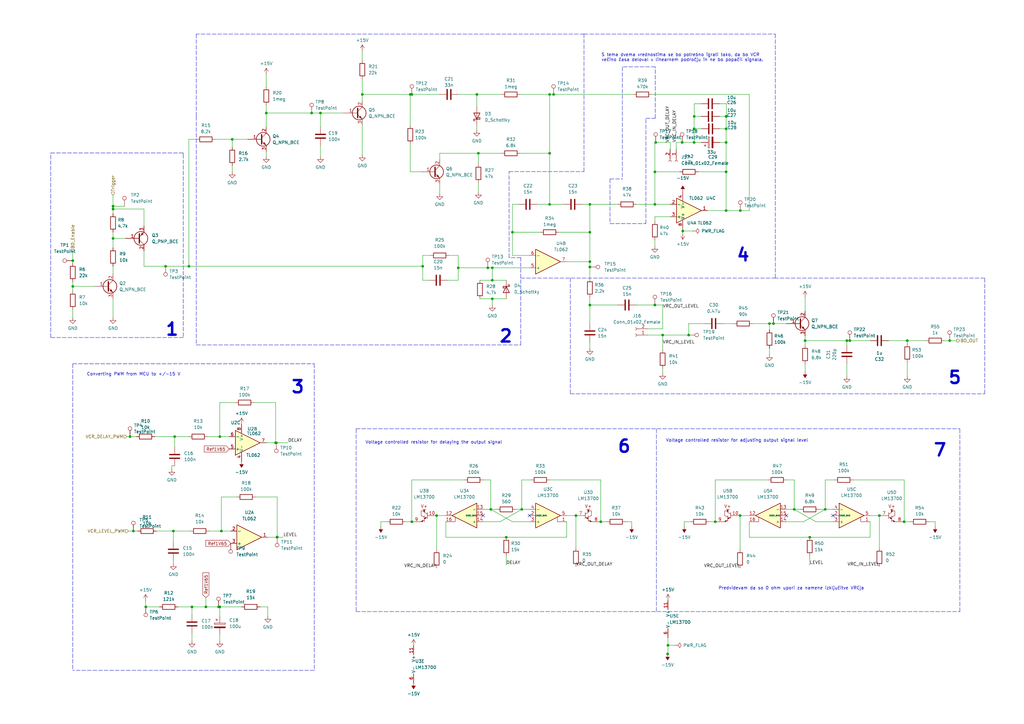
<source format=kicad_sch>
(kicad_sch (version 20211123) (generator eeschema)
  (paper "A3")
  (lib_symbols
    (symbol "Amplifier_Operational:LM13700" (pin_names (offset 0.127))
      (property "Reference" "U" (at 3.81 5.08 0))
      (property "Value" "LM13700" (at 5.08 -5.08 0))
      (symbol "LM13700_1_1"
        (pin output line (at 7.62 0 180) (length 2.54) (name "~") (number "12"))
        (pin input line (at -7.62 2.54 0) (length 2.54) (name "-") (number "13"))
        (pin input line (at -7.62 -2.54 0) (length 2.54) (name "+") (number "14"))
        (pin input line (at -7.62 0 0) (length 2.54) (name "DIODE_BIAS") (number "15"))
        (pin input line (at 7.62 -2.54 180) (length 2.54) (name "~") (number "16"))
      )
      (symbol "LM13700_2_1"
        (text "V+" (at -2.54 3.81 0) (effects (font (size 1.27 1.27))))
        (pin input line (at -7.62 0 0) (length 3.81) (name "~") (number "10"))
        (pin output line (at 2.54 -2.54 180) (length 3.81) (name "~") (number "9"))
      )
      (symbol "LM13700_3_1"
        (pin input line (at 7.62 -2.54 180) (length 2.54) (name "~") (number "1"))
        (pin input line (at -7.62 0 0) (length 2.54) (name "DIODE_BIAS") (number "2"))
        (pin input line (at -7.62 -2.54 0) (length 2.54) (name "+") (number "3"))
        (pin input line (at -7.62 2.54 0) (length 2.54) (name "-") (number "4"))
        (pin output line (at 7.62 0 180) (length 2.54) (name "~") (number "5"))
      )
      (symbol "LM13700_4_0"
        (text "V+" (at -2.54 3.81 0) (effects (font (size 1.27 1.27))))
      )
      (symbol "LM13700_4_1"
        (pin input line (at -7.62 0 0) (length 3.81) (name "~") (number "7"))
        (pin output line (at 2.54 -2.54 180) (length 3.81) (name "~") (number "8"))
      )
      (symbol "LM13700_5_1"
        (pin power_in line (at -2.54 7.62 270) (length 3.81) (name "V+") (number "11"))
        (pin power_in line (at -2.54 -7.62 90) (length 3.81) (name "V-") (number "6"))
      )
    )
    (symbol "Amplifier_Operational:TL062" (pin_names (offset 0.127))
      (property "Reference" "U" (at 0 5.08 0))
      (property "Value" "TL062" (at 0 -5.08 0))
      (symbol "TL062_1_1"
        (pin output line (at 7.62 0 180) (length 2.54) (name "~") (number "1"))
        (pin input line (at -7.62 -2.54 0) (length 2.54) (name "-") (number "2"))
        (pin input line (at -7.62 2.54 0) (length 2.54) (name "+") (number "3"))
      )
      (symbol "TL062_2_1"
        (pin input line (at -7.62 2.54 0) (length 2.54) (name "+") (number "5"))
        (pin input line (at -7.62 -2.54 0) (length 2.54) (name "-") (number "6"))
        (pin output line (at 7.62 0 180) (length 2.54) (name "~") (number "7"))
      )
      (symbol "TL062_3_1"
        (pin power_in line (at -2.54 -7.62 90) (length 3.81) (name "V-") (number "4"))
        (pin power_in line (at -2.54 7.62 270) (length 3.81) (name "V+") (number "8"))
      )
    )
    (symbol "Connector:Conn_01x02_Female" (pin_names (offset 1.016) hide)
      (property "Reference" "J" (at 0 2.54 0))
      (property "Value" "Conn_01x02_Female" (at 0 -5.08 0))
      (symbol "Conn_01x02_Female_1_1"
        (pin passive line (at -5.08 0 0) (length 3.81) (name "Pin_1") (number "1"))
        (pin passive line (at -5.08 -2.54 0) (length 3.81) (name "Pin_2") (number "2"))
      )
    )
    (symbol "Connector:TestPoint" (pin_numbers hide) (pin_names (offset 0.762) hide)
      (property "Reference" "TP" (at 0 6.858 0))
      (property "Value" "TestPoint" (at 0 5.08 0))
      (symbol "TestPoint_1_1"
        (pin passive line (at 0 0 90) (length 2.54) (name "1") (number "1"))
      )
    )
    (symbol "Device:C" (pin_numbers hide) (pin_names (offset 0.254))
      (property "Reference" "C" (at 0.635 2.54 0))
      (property "Value" "C" (at 0.635 -2.54 0))
      (symbol "C_1_1"
        (pin passive line (at 0 3.81 270) (length 2.794) (name "~") (number "1"))
        (pin passive line (at 0 -3.81 90) (length 2.794) (name "~") (number "2"))
      )
    )
    (symbol "Device:C_Polarized" (pin_numbers hide) (pin_names (offset 0.254))
      (property "Reference" "C" (at 0.635 2.54 0))
      (property "Value" "C_Polarized" (at 0.635 -2.54 0))
      (symbol "C_Polarized_1_1"
        (pin passive line (at 0 3.81 270) (length 2.794) (name "~") (number "1"))
        (pin passive line (at 0 -3.81 90) (length 2.794) (name "~") (number "2"))
      )
    )
    (symbol "Device:D_Schottky" (pin_numbers hide) (pin_names (offset 1.016) hide)
      (property "Reference" "D" (at 0 2.54 0))
      (property "Value" "D_Schottky" (at 0 -2.54 0))
      (symbol "D_Schottky_1_1"
        (pin passive line (at -3.81 0 0) (length 2.54) (name "K") (number "1"))
        (pin passive line (at 3.81 0 180) (length 2.54) (name "A") (number "2"))
      )
    )
    (symbol "Device:Q_NPN_BCE" (pin_names (offset 0) hide)
      (property "Reference" "Q" (at 5.08 1.27 0))
      (property "Value" "Q_NPN_BCE" (at 5.08 -1.27 0))
      (symbol "Q_NPN_BCE_1_1"
        (pin input line (at -5.08 0 0) (length 5.715) (name "B") (number "1"))
        (pin passive line (at 2.54 5.08 270) (length 2.54) (name "C") (number "2"))
        (pin passive line (at 2.54 -5.08 90) (length 2.54) (name "E") (number "3"))
      )
    )
    (symbol "Device:Q_PNP_BCE" (pin_names (offset 0) hide)
      (property "Reference" "Q" (at 5.08 1.27 0))
      (property "Value" "Q_PNP_BCE" (at 5.08 -1.27 0))
      (symbol "Q_PNP_BCE_1_1"
        (pin input line (at -5.08 0 0) (length 5.715) (name "B") (number "1"))
        (pin passive line (at 2.54 5.08 270) (length 2.54) (name "C") (number "2"))
        (pin passive line (at 2.54 -5.08 90) (length 2.54) (name "E") (number "3"))
      )
    )
    (symbol "Device:R" (pin_numbers hide) (pin_names (offset 0))
      (property "Reference" "R" (at 2.032 0 90))
      (property "Value" "R" (at 0 0 90))
      (symbol "R_1_1"
        (pin passive line (at 0 3.81 270) (length 1.27) (name "~") (number "1"))
        (pin passive line (at 0 -3.81 90) (length 1.27) (name "~") (number "2"))
      )
    )
    (symbol "power:+15V" (power) (pin_names (offset 0))
      (property "Value" "+15V" (at 0 3.556 0))
      (symbol "+15V_1_1"
        (pin power_in line (at 0 0 90) (length 0) hide (name "+15V") (number "1"))
      )
    )
    (symbol "power:-15V" (power) (pin_names (offset 0))
      (property "Value" "-15V" (at 0 3.81 0))
      (symbol "-15V_0_0"
        (pin power_in line (at 0 0 90) (length 0) hide (name "-15V") (number "1"))
      )
    )
    (symbol "power:GND" (power) (pin_names (offset 0))
      (property "Value" "GND" (at 0 -3.81 0))
      (symbol "GND_1_1"
        (pin power_in line (at 0 0 270) (length 0) hide (name "GND") (number "1"))
      )
    )
    (symbol "power:PWR_FLAG" (power) (pin_numbers hide) (pin_names (offset 0) hide)
      (property "Value" "PWR_FLAG" (at 0 3.81 0))
      (symbol "PWR_FLAG_0_0"
        (pin power_out line (at 0 0 90) (length 0) (name "pwr") (number "1"))
      )
    )
  )
  (junction (at 29.845 106.8897))
  (junction (at 173.355 109.22))
  (junction (at 284.734 47.752))
  (junction (at 179.07 211.455))
  (junction (at 241.935 125.095))
  (junction (at 71.12 217.805))
  (junction (at 271.78 137.414))
  (junction (at 187.96 109.855))
  (junction (at 59.7895 248.92))
  (junction (at 389.4976 139.7))
  (junction (at 113.665 220.2771))
  (junction (at 67.9134 109.22))
  (junction (at 297.942 47.752))
  (junction (at 293.37 213.995))
  (junction (at 113.665 220.345))
  (junction (at 297.815 52.832))
  (junction (at 168.91 213.995))
  (junction (at 196.215 62.865))
  (junction (at 78.74 248.92))
  (junction (at 77.47 109.22))
  (junction (at 84.455 248.92))
  (junction (at 168.9116 38.735))
  (junction (at 372.11 139.7))
  (junction (at 200.0791 109.855))
  (junction (at 370.84 213.995))
  (junction (at 347.345 139.7))
  (junction (at 284.6774 58.42))
  (junction (at 360.68 211.455))
  (junction (at 90.17 179.07))
  (junction (at 148.59 38.735))
  (junction (at 303.6446 86.36))
  (junction (at 268.605 70.485))
  (junction (at 127.8208 46.355))
  (junction (at 317.2393 132.715))
  (junction (at 225.425 62.865))
  (junction (at 29.845 117.475))
  (junction (at 246.38 213.995))
  (junction (at 109.22 46.355))
  (junction (at 71.628 179.07))
  (junction (at 284.6774 52.832))
  (junction (at 201.93 109.855))
  (junction (at 90.805 217.805))
  (junction (at 225.425 83.82))
  (junction (at 241.935 95.25))
  (junction (at 273.812 268.224))
  (junction (at 303.53 211.455))
  (junction (at 241.935 83.82))
  (junction (at 279.7837 58.42))
  (junction (at 297.815 70.485))
  (junction (at 131.445 46.355))
  (junction (at 213.995 208.915))
  (junction (at 113.3517 181.61))
  (junction (at 201.295 208.915))
  (junction (at 53.3268 179.07))
  (junction (at 268.9338 58.42))
  (junction (at 348.5466 139.7))
  (junction (at 241.935 109.5021))
  (junction (at 201.93 114.935))
  (junction (at 90.17 248.92))
  (junction (at 282.448 137.414))
  (junction (at 201.93 122.555))
  (junction (at 325.755 208.915))
  (junction (at 268.6012 125.095))
  (junction (at 95.25 57.15))
  (junction (at 195.58 38.735))
  (junction (at 297.815 86.36))
  (junction (at 46.355 84.582))
  (junction (at 297.815 58.42))
  (junction (at 54.7154 217.805))
  (junction (at 207.645 220.345))
  (junction (at 332.105 220.345))
  (junction (at 46.355 97.79))
  (junction (at 330.2 139.7))
  (junction (at 315.595 132.715))
  (junction (at 89.6439 248.92))
  (junction (at 297.815 47.752))
  (junction (at 273.9644 264.668))
  (junction (at 225.425 38.735))
  (junction (at 338.455 208.915))
  (junction (at 280.035 94.742))
  (junction (at 210.185 95.25))
  (junction (at 241.935 107.315))
  (junction (at 113.03 181.61))
  (junction (at 268.605 83.82))
  (junction (at 46.355 85.725))
  (junction (at 227.0536 38.735))
  (junction (at 168.275 38.735))
  (junction (at 236.22 211.455))
  (no_connect (at 341.63 211.455))
  (no_connect (at 198.12 211.455))
  (no_connect (at 322.58 211.455))
  (no_connect (at 217.17 211.455))
  (wire (pts (xy 59.055 109.22) (xy 67.9134 109.22)))
  (wire (pts (xy 46.355 85.725) (xy 59.055 85.725)))
  (wire (pts (xy 297.815 86.36) (xy 290.195 86.36)))
  (wire (pts (xy 303.6446 86.36) (xy 307.34 86.36)))
  (polyline (pts (xy 75.184 63.246) (xy 75.184 138.43)))
  (wire (pts (xy 274.955 61.214) (xy 274.828 61.214)))
  (wire (pts (xy 173.355 114.935) (xy 175.895 114.935)))
  (wire (pts (xy 297.815 52.832) (xy 297.815 47.752)))
  (wire (pts (xy 90.805 203.835) (xy 97.155 203.835)))
  (wire (pts (xy 109.22 46.355) (xy 127.8208 46.355)))
  (wire (pts (xy 241.935 109.5021) (xy 241.935 114.3)))
  (polyline (pts (xy 233.934 161.544) (xy 403.86 161.544)))
  (wire (pts (xy 213.995 208.915) (xy 217.17 208.915)))
  (wire (pts (xy 148.59 20.955) (xy 148.59 24.765)))
  (wire (pts (xy 322.58 213.995) (xy 329.565 213.995)))
  (wire (pts (xy 284.6774 58.42) (xy 287.655 58.42)))
  (wire (pts (xy 104.14 165.1) (xy 113.03 165.1)))
  (wire (pts (xy 260.985 125.095) (xy 268.6012 125.095)))
  (wire (pts (xy 131.445 46.355) (xy 140.97 46.355)))
  (wire (pts (xy 168.9116 38.735) (xy 168.275 38.735)))
  (wire (pts (xy 268.605 58.42) (xy 268.9338 58.42)))
  (wire (pts (xy 271.78 134.874) (xy 265.684 134.874)))
  (wire (pts (xy 293.37 196.85) (xy 293.37 213.995)))
  (wire (pts (xy 296.545 132.715) (xy 300.99 132.715)))
  (wire (pts (xy 180.34 62.865) (xy 196.215 62.865)))
  (wire (pts (xy 46.355 95.25) (xy 46.355 97.79)))
  (wire (pts (xy 290.83 213.995) (xy 293.37 213.995)))
  (wire (pts (xy 59.69 248.92) (xy 59.7895 248.92)))
  (polyline (pts (xy 75.184 138.43) (xy 20.828 138.43)))
  (polyline (pts (xy 239.522 13.97) (xy 318.008 13.97)))
  (wire (pts (xy 297.942 42.545) (xy 297.942 47.752)))
  (wire (pts (xy 200.0791 109.855) (xy 201.93 109.855)))
  (wire (pts (xy 277.368 58.42) (xy 279.7837 58.42)))
  (wire (pts (xy 338.455 196.85) (xy 338.455 208.915)))
  (wire (pts (xy 356.87 211.455) (xy 360.68 211.455)))
  (wire (pts (xy 372.11 148.59) (xy 372.11 154.305)))
  (wire (pts (xy 46.355 84.582) (xy 46.355 85.725)))
  (wire (pts (xy 213.995 196.85) (xy 213.995 208.915)))
  (wire (pts (xy 90.805 217.805) (xy 94.615 217.805)))
  (wire (pts (xy 176.53 104.775) (xy 173.355 104.775)))
  (wire (pts (xy 284.734 47.752) (xy 287.528 47.752)))
  (wire (pts (xy 241.935 83.82) (xy 241.935 95.25)))
  (wire (pts (xy 54.7154 217.805) (xy 56.515 217.805)))
  (wire (pts (xy 278.765 70.485) (xy 268.605 70.485)))
  (polyline (pts (xy 146.05 250.825) (xy 393.7 250.825)))
  (wire (pts (xy 90.17 252.73) (xy 90.17 248.92)))
  (wire (pts (xy 348.5466 139.7) (xy 356.87 139.7)))
  (wire (pts (xy 213.36 38.735) (xy 225.425 38.735)))
  (polyline (pts (xy 403.86 114.046) (xy 318.008 114.046)))
  (wire (pts (xy 389.4976 139.7) (xy 392.43 139.7)))
  (wire (pts (xy 109.22 30.48) (xy 109.22 35.56)))
  (wire (pts (xy 179.07 211.455) (xy 182.88 211.455)))
  (polyline (pts (xy 239.522 13.97) (xy 80.518 13.97)))
  (polyline (pts (xy 80.518 13.97) (xy 80.518 47.752)))
  (wire (pts (xy 59.055 102.87) (xy 59.055 109.22)))
  (wire (pts (xy 70.485 191.008) (xy 70.485 192.405)))
  (wire (pts (xy 113.03 181.61) (xy 113.3517 181.61)))
  (wire (pts (xy 95.25 57.15) (xy 101.6 57.15)))
  (wire (pts (xy 198.12 213.995) (xy 205.105 213.995)))
  (wire (pts (xy 148.59 51.435) (xy 148.59 63.5)))
  (wire (pts (xy 383.54 215.9) (xy 383.54 213.995)))
  (wire (pts (xy 330.2 121.92) (xy 330.2 127.635)))
  (wire (pts (xy 347.345 149.225) (xy 347.345 154.305)))
  (wire (pts (xy 80.645 57.15) (xy 77.47 57.15)))
  (wire (pts (xy 297.942 42.545) (xy 295.148 42.545)))
  (wire (pts (xy 29.845 127) (xy 29.845 130.175)))
  (wire (pts (xy 241.935 107.315) (xy 241.935 109.5021)))
  (wire (pts (xy 63.5 179.07) (xy 71.628 179.07)))
  (wire (pts (xy 90.17 248.92) (xy 99.06 248.92)))
  (polyline (pts (xy 20.828 62.738) (xy 75.184 62.738)))
  (wire (pts (xy 297.815 70.485) (xy 297.815 86.36)))
  (wire (pts (xy 307.34 86.36) (xy 307.34 38.735)))
  (polyline (pts (xy 75.184 62.738) (xy 75.184 63.246)))
  (wire (pts (xy 187.96 109.855) (xy 200.0791 109.855)))
  (wire (pts (xy 297.815 58.42) (xy 297.815 70.485)))
  (wire (pts (xy 268.605 88.9) (xy 268.605 90.805)))
  (wire (pts (xy 307.34 213.995) (xy 307.34 220.345)))
  (wire (pts (xy 282.448 137.414) (xy 271.78 137.414)))
  (wire (pts (xy 280.035 93.98) (xy 280.035 94.742)))
  (wire (pts (xy 71.628 179.07) (xy 77.47 179.07)))
  (polyline (pts (xy 250.19 73.406) (xy 250.19 91.694)))
  (wire (pts (xy 187.96 38.735) (xy 195.58 38.735)))
  (wire (pts (xy 180.34 75.565) (xy 180.34 79.375)))
  (wire (pts (xy 248.92 213.995) (xy 246.38 213.995)))
  (polyline (pts (xy 80.518 141.478) (xy 213.614 141.478)))
  (wire (pts (xy 201.295 208.915) (xy 201.295 196.85)))
  (wire (pts (xy 201.93 122.555) (xy 201.93 125.095)))
  (wire (pts (xy 52.705 217.805) (xy 54.7154 217.805)))
  (wire (pts (xy 284.734 42.545) (xy 287.528 42.545)))
  (wire (pts (xy 225.425 38.735) (xy 225.425 62.865)))
  (wire (pts (xy 89.6439 248.92) (xy 90.17 248.92)))
  (wire (pts (xy 325.755 208.915) (xy 325.755 196.85)))
  (wire (pts (xy 183.515 114.935) (xy 187.96 114.935)))
  (wire (pts (xy 198.12 208.915) (xy 201.295 208.915)))
  (wire (pts (xy 46.355 97.79) (xy 46.355 101.6)))
  (wire (pts (xy 187.96 109.855) (xy 187.96 104.775)))
  (wire (pts (xy 387.35 139.7) (xy 389.4976 139.7)))
  (wire (pts (xy 335.915 208.915) (xy 338.455 208.915)))
  (wire (pts (xy 71.628 191.008) (xy 70.485 191.008)))
  (wire (pts (xy 274.955 88.9) (xy 268.605 88.9)))
  (wire (pts (xy 46.355 85.725) (xy 46.355 87.63)))
  (wire (pts (xy 182.88 220.345) (xy 207.645 220.345)))
  (wire (pts (xy 267.335 38.735) (xy 307.34 38.735)))
  (wire (pts (xy 59.7895 248.92) (xy 65.405 248.92)))
  (wire (pts (xy 29.845 117.475) (xy 29.845 119.38)))
  (wire (pts (xy 109.855 248.92) (xy 109.855 252.73)))
  (wire (pts (xy 168.275 38.735) (xy 168.275 51.435)))
  (polyline (pts (xy 268.732 27.432) (xy 255.27 27.432)))
  (wire (pts (xy 213.995 196.85) (xy 217.805 196.85)))
  (wire (pts (xy 284.6774 52.832) (xy 284.6774 47.752)))
  (wire (pts (xy 315.595 132.715) (xy 315.595 135.255)))
  (wire (pts (xy 280.035 94.742) (xy 280.035 95.6564)))
  (wire (pts (xy 113.665 220.345) (xy 109.855 220.345)))
  (wire (pts (xy 259.08 215.9) (xy 259.08 213.995)))
  (wire (pts (xy 268.605 83.82) (xy 274.955 83.82)))
  (wire (pts (xy 156.21 215.9) (xy 156.21 213.995)))
  (polyline (pts (xy 80.518 47.752) (xy 80.518 141.478)))
  (wire (pts (xy 347.345 139.7) (xy 347.345 141.605)))
  (wire (pts (xy 225.425 62.865) (xy 225.425 83.82)))
  (wire (pts (xy 168.275 70.485) (xy 172.72 70.485)))
  (wire (pts (xy 273.9644 264.668) (xy 273.9644 268.224)))
  (wire (pts (xy 195.58 43.815) (xy 195.58 38.735)))
  (wire (pts (xy 113.665 220.345) (xy 116.205 220.345)))
  (wire (pts (xy 195.58 51.435) (xy 195.58 53.34)))
  (wire (pts (xy 271.78 151.13) (xy 271.78 153.035)))
  (wire (pts (xy 280.67 215.9) (xy 280.67 213.995)))
  (wire (pts (xy 67.9134 109.22) (xy 77.47 109.22)))
  (polyline (pts (xy 213.614 105.664) (xy 208.788 105.664)))
  (polyline (pts (xy 264.922 91.694) (xy 264.922 48.514)))
  (wire (pts (xy 148.59 32.385) (xy 148.59 38.735)))
  (wire (pts (xy 166.37 213.995) (xy 168.91 213.995)))
  (wire (pts (xy 84.455 245.11) (xy 84.455 248.92)))
  (wire (pts (xy 211.455 208.915) (xy 213.995 208.915)))
  (wire (pts (xy 109.22 46.355) (xy 109.22 52.07)))
  (wire (pts (xy 71.12 217.805) (xy 78.105 217.805)))
  (wire (pts (xy 297.815 86.36) (xy 303.6446 86.36)))
  (wire (pts (xy 148.59 38.735) (xy 168.275 38.735)))
  (wire (pts (xy 113.665 203.835) (xy 113.665 220.2771)))
  (wire (pts (xy 90.805 203.835) (xy 90.805 217.805)))
  (wire (pts (xy 225.425 83.82) (xy 231.14 83.82)))
  (polyline (pts (xy 239.522 70.358) (xy 239.522 13.97)))
  (wire (pts (xy 88.265 57.15) (xy 95.25 57.15)))
  (wire (pts (xy 232.41 213.995) (xy 232.41 220.345)))
  (wire (pts (xy 330.2 149.225) (xy 330.2 152.4)))
  (wire (pts (xy 297.815 47.752) (xy 297.942 47.752)))
  (wire (pts (xy 51.435 97.79) (xy 46.355 97.79)))
  (wire (pts (xy 325.755 208.915) (xy 328.295 208.915)))
  (wire (pts (xy 196.85 122.555) (xy 201.93 122.555)))
  (polyline (pts (xy 146.05 175.895) (xy 146.05 250.825)))
  (wire (pts (xy 229.235 95.25) (xy 241.935 95.25)))
  (wire (pts (xy 241.935 132.715) (xy 241.935 125.095)))
  (wire (pts (xy 338.455 208.915) (xy 329.565 213.995)))
  (wire (pts (xy 196.85 114.935) (xy 201.93 114.935)))
  (wire (pts (xy 29.845 106.8897) (xy 29.845 107.95)))
  (wire (pts (xy 173.355 109.22) (xy 173.355 114.935)))
  (wire (pts (xy 210.185 83.82) (xy 210.185 95.25)))
  (polyline (pts (xy 213.614 114.046) (xy 318.008 114.046)))
  (wire (pts (xy 84.455 248.92) (xy 89.6439 248.92)))
  (wire (pts (xy 217.17 213.995) (xy 210.185 213.995)))
  (wire (pts (xy 330.2 139.7) (xy 330.2 141.605)))
  (wire (pts (xy 373.38 213.995) (xy 370.84 213.995)))
  (wire (pts (xy 168.275 59.055) (xy 168.275 70.485)))
  (wire (pts (xy 293.37 196.85) (xy 314.96 196.85)))
  (wire (pts (xy 95.25 57.15) (xy 95.25 60.325)))
  (wire (pts (xy 238.76 83.82) (xy 241.935 83.82)))
  (wire (pts (xy 284.734 47.752) (xy 284.734 42.545)))
  (wire (pts (xy 201.93 109.855) (xy 217.17 109.855)))
  (wire (pts (xy 195.58 38.735) (xy 205.74 38.735)))
  (wire (pts (xy 322.58 196.85) (xy 325.755 196.85)))
  (wire (pts (xy 213.36 62.865) (xy 225.425 62.865)))
  (wire (pts (xy 370.84 196.85) (xy 370.84 213.995)))
  (wire (pts (xy 148.59 38.735) (xy 148.59 41.275)))
  (wire (pts (xy 282.448 132.715) (xy 282.448 137.414)))
  (wire (pts (xy 246.38 196.85) (xy 246.38 213.995)))
  (wire (pts (xy 187.96 114.935) (xy 187.96 109.855)))
  (wire (pts (xy 268.605 70.485) (xy 268.605 83.82)))
  (wire (pts (xy 173.355 104.775) (xy 173.355 109.22)))
  (wire (pts (xy 131.445 59.69) (xy 131.445 64.135)))
  (wire (pts (xy 288.925 132.715) (xy 282.448 132.715)))
  (wire (pts (xy 212.725 83.82) (xy 210.185 83.82)))
  (wire (pts (xy 113.03 165.1) (xy 113.03 181.61)))
  (wire (pts (xy 127.8208 46.355) (xy 131.445 46.355)))
  (polyline (pts (xy 29.845 149.225) (xy 128.905 149.225)))
  (polyline (pts (xy 208.788 105.664) (xy 208.788 70.358)))
  (polyline (pts (xy 208.788 70.358) (xy 239.522 70.358)))
  (wire (pts (xy 179.07 211.455) (xy 179.07 225.425)))
  (wire (pts (xy 295.275 52.832) (xy 297.815 52.832)))
  (wire (pts (xy 383.54 213.995) (xy 381 213.995)))
  (wire (pts (xy 277.368 61.214) (xy 277.368 58.42)))
  (wire (pts (xy 341.63 213.995) (xy 334.645 213.995)))
  (wire (pts (xy 77.47 57.15) (xy 77.47 109.22)))
  (wire (pts (xy 349.885 196.85) (xy 370.84 196.85)))
  (wire (pts (xy 196.215 74.93) (xy 196.215 78.74)))
  (wire (pts (xy 284.6774 47.752) (xy 284.734 47.752)))
  (wire (pts (xy 207.645 220.345) (xy 232.41 220.345)))
  (wire (pts (xy 201.93 114.935) (xy 207.645 114.935)))
  (wire (pts (xy 85.09 179.07) (xy 90.17 179.07)))
  (wire (pts (xy 225.425 38.735) (xy 227.0536 38.735)))
  (wire (pts (xy 210.185 104.775) (xy 210.185 95.25)))
  (wire (pts (xy 180.34 62.865) (xy 180.34 65.405)))
  (wire (pts (xy 156.21 213.995) (xy 158.75 213.995)))
  (wire (pts (xy 307.34 220.345) (xy 332.105 220.345)))
  (wire (pts (xy 207.645 227.965) (xy 207.645 231.775)))
  (wire (pts (xy 284.226 94.742) (xy 280.035 94.742)))
  (wire (pts (xy 268.6012 125.095) (xy 271.78 125.095)))
  (wire (pts (xy 338.455 208.915) (xy 341.63 208.915)))
  (wire (pts (xy 90.17 165.1) (xy 90.17 179.07)))
  (wire (pts (xy 225.425 196.85) (xy 246.38 196.85)))
  (wire (pts (xy 241.935 83.82) (xy 253.365 83.82)))
  (polyline (pts (xy 20.828 138.43) (xy 20.828 62.738)))
  (wire (pts (xy 168.91 196.85) (xy 190.5 196.85)))
  (polyline (pts (xy 255.27 27.432) (xy 255.27 73.406)))
  (wire (pts (xy 180.34 38.735) (xy 168.9116 38.735)))
  (wire (pts (xy 196.215 62.865) (xy 205.74 62.865)))
  (wire (pts (xy 287.655 52.832) (xy 284.6774 52.832)))
  (wire (pts (xy 284.6774 52.832) (xy 284.6774 58.42)))
  (wire (pts (xy 201.93 122.555) (xy 207.645 122.555)))
  (wire (pts (xy 168.91 196.85) (xy 168.91 213.995)))
  (wire (pts (xy 109.22 43.18) (xy 109.22 46.355)))
  (wire (pts (xy 347.345 139.7) (xy 348.5466 139.7)))
  (polyline (pts (xy 213.614 141.478) (xy 213.614 105.664)))
  (wire (pts (xy 73.025 248.92) (xy 78.74 248.92)))
  (wire (pts (xy 59.055 92.71) (xy 59.055 85.725)))
  (polyline (pts (xy 269.24 175.895) (xy 269.24 250.825)))
  (wire (pts (xy 372.11 139.7) (xy 379.73 139.7)))
  (wire (pts (xy 90.17 260.35) (xy 90.17 262.89)))
  (polyline (pts (xy 250.19 73.406) (xy 255.27 73.406)))
  (polyline (pts (xy 264.922 48.514) (xy 268.732 48.514)))
  (wire (pts (xy 268.605 70.485) (xy 268.605 58.42)))
  (wire (pts (xy 29.845 117.475) (xy 38.735 117.475)))
  (wire (pts (xy 360.68 211.455) (xy 360.68 224.79)))
  (wire (pts (xy 78.74 248.92) (xy 78.74 252.095)))
  (wire (pts (xy 77.47 109.22) (xy 173.355 109.22)))
  (wire (pts (xy 356.87 213.995) (xy 356.87 220.345)))
  (wire (pts (xy 279.7837 58.42) (xy 284.6774 58.42)))
  (wire (pts (xy 241.935 107.315) (xy 232.41 107.315)))
  (wire (pts (xy 273.9644 268.224) (xy 273.812 268.224)))
  (wire (pts (xy 241.935 95.25) (xy 241.935 107.315)))
  (wire (pts (xy 113.03 181.61) (xy 109.22 181.61)))
  (wire (pts (xy 297.815 52.832) (xy 297.815 58.42)))
  (wire (pts (xy 201.93 114.935) (xy 201.93 109.855)))
  (wire (pts (xy 317.2393 132.715) (xy 322.58 132.715)))
  (wire (pts (xy 182.88 213.995) (xy 182.88 220.345)))
  (wire (pts (xy 295.148 47.752) (xy 297.815 47.752)))
  (wire (pts (xy 232.41 211.455) (xy 236.22 211.455)))
  (wire (pts (xy 356.87 220.345) (xy 332.105 220.345)))
  (wire (pts (xy 95.25 67.945) (xy 95.25 70.485)))
  (wire (pts (xy 271.78 125.095) (xy 271.78 134.874)))
  (wire (pts (xy 330.2 137.795) (xy 330.2 139.7)))
  (polyline (pts (xy 393.7 250.825) (xy 393.7 175.895)))
  (polyline (pts (xy 128.905 274.955) (xy 29.845 274.955)))
  (wire (pts (xy 303.53 211.455) (xy 303.53 225.425)))
  (wire (pts (xy 303.53 211.455) (xy 307.34 211.455)))
  (wire (pts (xy 201.295 208.915) (xy 210.185 213.995)))
  (wire (pts (xy 64.135 217.805) (xy 71.12 217.805)))
  (wire (pts (xy 364.49 139.7) (xy 372.11 139.7)))
  (polyline (pts (xy 146.05 175.895) (xy 393.7 175.895)))
  (wire (pts (xy 280.67 213.995) (xy 283.21 213.995)))
  (wire (pts (xy 372.11 139.7) (xy 372.11 140.97)))
  (wire (pts (xy 273.9644 261.5184) (xy 273.9644 264.668)))
  (wire (pts (xy 90.17 165.1) (xy 96.52 165.1)))
  (wire (pts (xy 213.995 208.915) (xy 205.105 213.995)))
  (polyline (pts (xy 128.905 149.225) (xy 128.905 274.955)))
  (wire (pts (xy 113.3517 181.61) (xy 118.11 181.61)))
  (wire (pts (xy 236.22 211.455) (xy 236.22 224.79)))
  (wire (pts (xy 325.755 208.915) (xy 334.645 213.995)))
  (polyline (pts (xy 250.19 91.694) (xy 264.922 91.694)))
  (wire (pts (xy 184.15 104.775) (xy 187.96 104.775)))
  (wire (pts (xy 109.22 62.23) (xy 109.22 64.135)))
  (wire (pts (xy 259.08 213.995) (xy 256.54 213.995)))
  (wire (pts (xy 196.215 62.865) (xy 196.215 67.31)))
  (wire (pts (xy 274.955 58.42) (xy 274.955 61.214)))
  (wire (pts (xy 113.665 220.2771) (xy 113.665 220.345)))
  (polyline (pts (xy 403.86 161.544) (xy 403.86 114.046)))
  (wire (pts (xy 198.12 196.85) (xy 201.295 196.85)))
  (polyline (pts (xy 268.732 48.514) (xy 268.732 27.432)))
  (wire (pts (xy 286.385 70.485) (xy 297.815 70.485)))
  (wire (pts (xy 241.935 125.095) (xy 253.365 125.095)))
  (wire (pts (xy 201.295 208.915) (xy 203.835 208.915)))
  (wire (pts (xy 220.345 83.82) (xy 225.425 83.82)))
  (wire (pts (xy 59.69 246.38) (xy 59.69 248.92)))
  (wire (pts (xy 90.17 179.07) (xy 93.98 179.07)))
  (wire (pts (xy 131.445 52.07) (xy 131.445 46.355)))
  (wire (pts (xy 71.12 229.87) (xy 71.12 231.14)))
  (wire (pts (xy 271.78 137.414) (xy 271.78 143.51)))
  (wire (pts (xy 322.58 208.915) (xy 325.755 208.915)))
  (wire (pts (xy 46.355 80.01) (xy 46.355 84.582)))
  (wire (pts (xy 29.845 103.505) (xy 29.845 106.8897)))
  (polyline (pts (xy 233.934 114.046) (xy 233.934 161.544)))
  (wire (pts (xy 315.595 132.715) (xy 317.2393 132.715)))
  (wire (pts (xy 46.355 109.22) (xy 46.355 112.395)))
  (wire (pts (xy 315.595 142.875) (xy 315.595 145.415)))
  (wire (pts (xy 241.935 121.92) (xy 241.935 125.095)))
  (wire (pts (xy 330.2 139.7) (xy 347.345 139.7)))
  (wire (pts (xy 78.74 259.715) (xy 78.74 262.89)))
  (wire (pts (xy 217.17 104.775) (xy 210.185 104.775)))
  (wire (pts (xy 210.185 95.25) (xy 221.615 95.25)))
  (polyline (pts (xy 29.845 149.225) (xy 29.845 274.955)))
  (wire (pts (xy 78.74 248.92) (xy 84.455 248.92)))
  (wire (pts (xy 268.605 98.425) (xy 268.605 100.965)))
  (wire (pts (xy 268.9338 58.42) (xy 274.955 58.42)))
  (wire (pts (xy 51.054 84.582) (xy 46.355 84.582)))
  (wire (pts (xy 227.0536 38.735) (xy 259.715 38.735)))
  (wire (pts (xy 276.86 264.668) (xy 273.9644 264.668)))
  (wire (pts (xy 46.355 122.555) (xy 46.355 130.175)))
  (wire (pts (xy 308.61 132.715) (xy 315.595 132.715)))
  (wire (pts (xy 295.275 58.42) (xy 297.815 58.42)))
  (wire (pts (xy 265.684 137.414) (xy 271.78 137.414)))
  (wire (pts (xy 241.935 140.335) (xy 241.935 142.875)))
  (wire (pts (xy 104.775 203.835) (xy 113.665 203.835)))
  (polyline (pts (xy 318.008 13.97) (xy 318.008 114.046)))
  (wire (pts (xy 332.105 227.965) (xy 332.105 231.775)))
  (wire (pts (xy 29.845 115.57) (xy 29.845 117.475)))
  (wire (pts (xy 106.68 248.92) (xy 109.855 248.92)))
  (wire (pts (xy 85.725 217.805) (xy 90.805 217.805)))
  (wire (pts (xy 52.07 179.07) (xy 53.3268 179.07)))
  (wire (pts (xy 260.985 83.82) (xy 268.605 83.82)))
  (wire (pts (xy 338.455 196.85) (xy 342.265 196.85)))
  (wire (pts (xy 71.628 179.07) (xy 71.628 183.388)))
  (wire (pts (xy 53.3268 179.07) (xy 55.88 179.07)))
  (wire (pts (xy 71.12 217.805) (xy 71.12 222.25)))
  (text "4" (at 301.752 107.696 0) (effects (font (size 5 5) (thickness 1) bold) (justify left bottom)))
  (text "Voltage controlled resistor for adjusting output signal level\n\n" (at 273.05 183.515 0) (effects (font (size 1.27 1.27)) (justify left bottom)))
  (text "6\n" (at 252.984 186.182 0) (effects (font (size 5 5) (thickness 1) bold) (justify left bottom)))
  (text "2" (at 204.47 140.97 0) (effects (font (size 5 5) (thickness 1) bold) (justify left bottom)))
  (text "S tema dvema vrednostima se bo potrebno igrati tako, da bo VCR \nvečino časa deloval v linearnem področju in ne bo popačil signala." (at 246.634 25.4 0) (effects (font (size 1.27 1.27)) (justify left bottom)))
  (text "1" (at 67.564 138.176 0) (effects (font (size 5 5) (thickness 1) bold) (justify left bottom)))
  (text "Predvidevam da so 0 ohm upori za namene izključitve VRCja" (at 294.64 242.062 0) (effects (font (size 1.27 1.27)) (justify left bottom)))
  (text "5" (at 388.62 157.988 0) (effects (font (size 5 5) (thickness 1) bold) (justify left bottom)))
  (text "Voltage controlled resistor for delaying the output signal\n" (at 149.86 182.245 0) (effects (font (size 1.27 1.27)) (justify left bottom)))
  (text "3" (at 119.126 161.798 0) (effects (font (size 5 5) (thickness 1) bold) (justify left bottom)))
  (text "Converting PWM from MCU to +/-15 V" (at 35.56 154.305 0) (effects (font (size 1.27 1.27)) (justify left bottom)))
  (text "7" (at 382.5159 187.706 0) (effects (font (size 5 5) (thickness 1) bold) (justify left bottom)))
  (label "VRC_IN_DELAY" (at 277.6501 58.42 90))
  (label "DELAY" (at 118.11 181.61 0))
  (label "VRC_OUT_LEVEL" (at 303.53 233.045 180))
  (label "LEVEL" (at 116.205 220.345 0))
  (label "VRC_OUT_DELAY" (at 274.828 58.42 90))
  (label "LEVEL" (at 332.105 231.775 0))
  (label "VRC_IN_LEVEL" (at 271.78 141.3319 0))
  (label "DELAY" (at 207.645 231.775 0))
  (label "VRC_IN_LEVEL" (at 360.68 232.41 180))
  (label "VRC_OUT_LEVEL" (at 271.78 126.5727 0))
  (label "VRC_OUT_DELAY" (at 236.22 232.41 0))
  (label "VRC_IN_DELAY" (at 179.07 233.045 180))
  (global_label "Ref1V65" (shape input) (at 93.98 184.15 180) (property "Intersheet References" "${INTERSHEET_REFS}" (effects hide)))
  (global_label "Ref1V65" (shape input) (at 84.455 245.11 90) (property "Intersheet References" "${INTERSHEET_REFS}" (effects hide)))
  (global_label "Ref1V65" (shape input) (at 94.615 222.885 180) (property "Intersheet References" "${INTERSHEET_REFS}" (effects hide)))
  (hierarchical_label "VCR_LEVEL_PWM" (shape input) (at 52.705 217.805 180))
  (hierarchical_label "BD_OUT" (shape output) (at 392.43 139.7 0))
  (hierarchical_label "VCR_DELAY_PWM" (shape input) (at 52.07 179.07 180))
  (hierarchical_label "BD_Enable" (shape input) (at 29.845 103.505 90))
  (hierarchical_label "Trigger" (shape input) (at 46.355 80.01 90))
  (symbol (lib_id "Device:R") (at 241.935 118.11 180) (unit 1)
    (property "Reference" "R36" (at 243.84 116.8399 0) (effects (justify right)))
    (property "Value" "2.2k" (at 243.84 119.3799 0) (effects (justify right)))
    (property "Footprint" "Resistor_SMD:R_0603_1608Metric" (effects hide))
  )
  (symbol (lib_id "Device:R") (at 207.645 224.155 0) (unit 1)
    (property "Reference" "R30" (at 209.55 222.8849 0) (effects (justify left)))
    (property "Value" "15k" (at 209.55 225.4249 0) (effects (justify left)))
    (property "Footprint" "Resistor_SMD:R_0603_1608Metric" (effects hide))
  )
  (symbol (lib_id "Device:R") (at 196.85 118.745 180) (unit 1)
    (property "Reference" "R28" (at 199.39 117.4749 0) (effects (justify right)))
    (property "Value" "4.7k" (at 199.39 120.0149 0) (effects (justify right)))
    (property "Footprint" "Resistor_SMD:R_0603_1608Metric" (effects hide))
  )
  (symbol (lib_id "power:GND") (at 148.59 63.5 0) (unit 1)
    (property "Reference" "#PWR037" (effects hide))
    (property "Value" "GND" (at 148.59 67.945 0))
  )
  (symbol (lib_id "power:GND") (at 70.485 192.405 0) (unit 1)
    (property "Reference" "#PWR025" (effects hide))
    (property "Value" "GND" (at 70.485 196.85 0))
  )
  (symbol (lib_id "power:GND") (at 71.12 231.14 0) (unit 1)
    (property "Reference" "#PWR026" (effects hide))
    (property "Value" "GND" (at 71.12 235.585 0))
  )
  (symbol (lib_id "power:-15V") (at 383.54 215.9 180) (unit 1)
    (property "Reference" "#PWR059" (effects hide))
    (property "Value" "-15V" (at 383.54 220.345 0))
  )
  (symbol (lib_id "power:GND") (at 201.93 125.095 0) (unit 1)
    (property "Reference" "#PWR044" (effects hide))
    (property "Value" "GND" (at 201.93 129.54 0))
  )
  (symbol (lib_id "Amplifier_Operational:LM13700") (at 368.3 211.455 0) (unit 4)
    (property "Reference" "U5" (at 365.76 201.93 0))
    (property "Value" "LM13700" (at 365.76 204.47 0))
    (property "Footprint" "Package_SO:SOIC-16_3.9x9.9mm_P1.27mm" (effects hide))
    (property "Datasheet" "http://www.ti.com/lit/ds/symlink/lm13700.pdf" (effects hide))
  )
  (symbol (lib_id "Device:R") (at 194.31 196.85 270) (unit 1)
    (property "Reference" "R26" (at 194.31 191.135 90))
    (property "Value" "100k" (at 194.31 193.675 90))
    (property "Footprint" "Resistor_SMD:R_0603_1608Metric" (effects hide))
  )
  (symbol (lib_id "Connector:Conn_01x02_Female") (at 260.604 137.414 180) (unit 1)
    (property "Reference" "J16" (at 261.239 129.54 0))
    (property "Value" "Conn_01x02_Female" (at 261.239 132.08 0))
    (property "Footprint" "Connector_PinHeader_2.54mm:PinHeader_1x02_P2.54mm_Vertical" (effects hide))
  )
  (symbol (lib_id "Device:R") (at 60.325 217.805 270) (mirror x) (unit 1)
    (property "Reference" "R11" (at 60.325 212.09 90))
    (property "Value" "10k" (at 60.325 214.63 90))
    (property "Footprint" "Resistor_SMD:R_0603_1608Metric" (effects hide))
  )
  (symbol (lib_id "Amplifier_Operational:LM13700") (at 295.91 211.455 0) (mirror y) (unit 2)
    (property "Reference" "U5" (at 298.45 201.295 0))
    (property "Value" "LM13700" (at 298.45 203.835 0))
    (property "Footprint" "Package_SO:SOIC-16_3.9x9.9mm_P1.27mm" (effects hide))
    (property "Datasheet" "http://www.ti.com/lit/ds/symlink/lm13700.pdf" (effects hide))
  )
  (symbol (lib_id "Connector:TestPoint") (at 89.6439 248.92 0) (unit 1)
    (property "Reference" "TP7" (at 91.4219 244.3479 0) (effects (justify left)))
    (property "Value" "TestPoint" (at 91.4219 246.8879 0) (effects (justify left)))
    (property "Footprint" "TestPoint:TestPoint_Pad_D2.0mm" (effects hide))
  )
  (symbol (lib_id "Device:R") (at 46.355 91.44 0) (unit 1)
    (property "Reference" "R8" (at 48.26 90.1699 0) (effects (justify left)))
    (property "Value" "4.7k" (at 48.26 92.7099 0) (effects (justify left)))
    (property "Footprint" "Resistor_SMD:R_0603_1608Metric" (effects hide))
  )
  (symbol (lib_id "Device:C") (at 292.735 132.715 270) (unit 1)
    (property "Reference" "C30" (at 292.735 125.095 90))
    (property "Value" "0.47u" (at 292.735 127.635 90))
    (property "Footprint" "Capacitor_SMD:C_0805_2012Metric" (effects hide))
  )
  (symbol (lib_id "Device:R") (at 102.87 248.92 90) (unit 1)
    (property "Reference" "R19" (at 102.87 242.57 90))
    (property "Value" "15k" (at 102.87 245.11 90))
    (property "Footprint" "Resistor_SMD:R_0603_1608Metric" (effects hide))
  )
  (symbol (lib_id "Connector:TestPoint") (at 279.7837 58.42 0) (unit 1)
    (property "Reference" "TP18" (at 281.3077 53.8479 0) (effects (justify left)))
    (property "Value" "TestPoint" (at 281.3077 56.3879 0) (effects (justify left)))
    (property "Footprint" "TestPoint:TestPoint_Pad_D2.0mm" (effects hide))
  )
  (symbol (lib_id "Device:R") (at 377.19 213.995 90) (mirror x) (unit 1)
    (property "Reference" "R54" (at 377.19 208.28 90))
    (property "Value" "10k" (at 377.19 210.82 90))
    (property "Footprint" "Resistor_SMD:R_0603_1608Metric" (effects hide))
  )
  (symbol (lib_id "Device:R") (at 180.34 104.775 90) (unit 1)
    (property "Reference" "R25" (at 180.34 98.425 90))
    (property "Value" "100k" (at 180.34 100.965 90))
    (property "Footprint" "Resistor_SMD:R_0603_1608Metric" (effects hide))
  )
  (symbol (lib_id "Device:R") (at 330.2 145.415 0) (unit 1)
    (property "Reference" "R48" (at 332.74 144.1449 0) (effects (justify left)))
    (property "Value" "6.8k" (at 332.74 146.6849 0) (effects (justify left)))
    (property "Footprint" "Resistor_SMD:R_0603_1608Metric" (effects hide))
  )
  (symbol (lib_id "power:+15V") (at 280.035 95.6564 180) (unit 1)
    (property "Reference" "#PWR052" (effects hide))
    (property "Value" "+15V" (at 280.035 100.1014 0))
  )
  (symbol (lib_id "Device:Q_NPN_BCE") (at 43.815 117.475 0) (unit 1)
    (property "Reference" "Q2" (at 48.895 116.2049 0) (effects (justify left)))
    (property "Value" "Q_NPN_BCE" (at 48.895 118.7449 0) (effects (justify left)))
    (property "Footprint" "Package_TO_SOT_SMD:SOT-23" (effects hide))
  )
  (symbol (lib_id "Device:R") (at 318.77 196.85 270) (unit 1)
    (property "Reference" "R47" (at 318.77 191.135 90))
    (property "Value" "100k" (at 318.77 193.675 90))
    (property "Footprint" "Resistor_SMD:R_0603_1608Metric" (effects hide))
  )
  (symbol (lib_id "Connector:TestPoint") (at 389.4976 139.7 0) (unit 1)
    (property "Reference" "TP23" (at 391.0216 135.1279 0) (effects (justify left)))
    (property "Value" "TestPoint" (at 391.0216 137.6679 0) (effects (justify left)))
    (property "Footprint" "TestPoint:TestPoint_Pad_D2.0mm" (effects hide))
  )
  (symbol (lib_id "Device:D_Schottky") (at 195.58 47.625 90) (unit 1)
    (property "Reference" "D3" (at 198.755 46.6724 90) (effects (justify right)))
    (property "Value" "D_Schottky" (at 198.755 49.2124 90) (effects (justify right)))
    (property "Footprint" "Diode_SMD:D_SOD-923" (effects hide))
  )
  (symbol (lib_id "Device:R") (at 282.575 70.485 90) (unit 1)
    (property "Reference" "R42" (at 282.575 64.135 90))
    (property "Value" "47k" (at 282.575 66.675 90))
    (property "Footprint" "Resistor_SMD:R_0603_1608Metric" (effects hide))
  )
  (symbol (lib_id "Connector:TestPoint") (at 168.9116 38.735 0) (unit 1)
    (property "Reference" "TP12" (at 170.4356 34.1629 0) (effects (justify left)))
    (property "Value" "TestPoint" (at 170.4356 36.7029 0) (effects (justify left)))
    (property "Footprint" "TestPoint:TestPoint_Pad_D2.0mm" (effects hide))
  )
  (symbol (lib_id "Device:R") (at 209.55 62.865 90) (unit 1)
    (property "Reference" "R32" (at 209.55 57.15 90))
    (property "Value" "6.8k" (at 209.55 59.69 90))
    (property "Footprint" "Resistor_SMD:R_0603_1608Metric" (effects hide))
  )
  (symbol (lib_id "power:GND") (at 109.855 252.73 0) (unit 1)
    (property "Reference" "#PWR034" (effects hide))
    (property "Value" "GND" (at 109.855 257.175 0))
  )
  (symbol (lib_id "power:-15V") (at 280.67 215.9 0) (mirror x) (unit 1)
    (property "Reference" "#PWR053" (effects hide))
    (property "Value" "-15V" (at 280.67 220.345 0))
  )
  (symbol (lib_id "Connector:TestPoint") (at 113.3517 181.61 180) (unit 1)
    (property "Reference" "TP10" (at 114.8757 183.6419 0) (effects (justify right)))
    (property "Value" "TestPoint" (at 114.8757 186.1819 0) (effects (justify right)))
    (property "Footprint" "TestPoint:TestPoint_Pad_D2.0mm" (effects hide))
  )
  (symbol (lib_id "Device:R") (at 225.425 95.25 90) (unit 1)
    (property "Reference" "R34" (at 225.425 89.535 90))
    (property "Value" "1meg" (at 225.425 92.075 90))
    (property "Footprint" "Resistor_SMD:R_0805_2012Metric" (effects hide))
  )
  (symbol (lib_id "Device:C") (at 241.935 136.525 180) (unit 1)
    (property "Reference" "C24" (at 245.11 135.2549 0) (effects (justify right)))
    (property "Value" "15n" (at 245.11 137.7949 0) (effects (justify right)))
    (property "Footprint" "Capacitor_SMD:C_0402_1005Metric_Pad0.74x0.62mm_HandSolder" (effects hide))
  )
  (symbol (lib_id "Amplifier_Operational:LM13700") (at 171.45 211.455 0) (mirror y) (unit 2)
    (property "Reference" "U3" (at 173.99 201.295 0))
    (property "Value" "LM13700" (at 173.99 203.835 0))
    (property "Footprint" "Package_SO:SOIC-16_3.9x9.9mm_P1.27mm" (effects hide))
    (property "Datasheet" "http://www.ti.com/lit/ds/symlink/lm13700.pdf" (effects hide))
  )
  (symbol (lib_id "power:+15V") (at 109.22 30.48 0) (unit 1)
    (property "Reference" "#PWR032" (effects hide))
    (property "Value" "+15V" (at 109.22 26.035 0))
  )
  (symbol (lib_id "Device:R") (at 304.8 132.715 270) (unit 1)
    (property "Reference" "R45" (at 304.8 126.365 90))
    (property "Value" "90k" (at 304.8 128.905 90))
    (property "Footprint" "Resistor_SMD:R_0603_1608Metric" (effects hide))
  )
  (symbol (lib_id "power:GND") (at 46.355 130.175 0) (unit 1)
    (property "Reference" "#PWR023" (effects hide))
    (property "Value" "GND" (at 46.355 134.62 0))
  )
  (symbol (lib_id "power:GND") (at 241.935 142.875 0) (unit 1)
    (property "Reference" "#PWR045" (effects hide))
    (property "Value" "GND" (at 241.935 147.32 0))
  )
  (symbol (lib_id "Connector:TestPoint") (at 94.615 222.885 180) (unit 1)
    (property "Reference" "TP9" (at 96.901 224.9169 0) (effects (justify right)))
    (property "Value" "TestPoint" (at 96.901 227.4569 0) (effects (justify right)))
    (property "Footprint" "TestPoint:TestPoint_Pad_D2.0mm" (effects hide))
  )
  (symbol (lib_id "Amplifier_Operational:LM13700") (at 190.5 211.455 0) (mirror y) (unit 1)
    (property "Reference" "U3" (at 190.5 201.295 0))
    (property "Value" "LM13700" (at 190.5 203.835 0))
    (property "Footprint" "Package_SO:SOIC-16_3.9x9.9mm_P1.27mm" (effects hide))
    (property "Datasheet" "http://www.ti.com/lit/ds/symlink/lm13700.pdf" (effects hide))
  )
  (symbol (lib_id "Device:R") (at 69.215 248.92 90) (unit 1)
    (property "Reference" "R12" (at 69.215 243.205 90))
    (property "Value" "121k" (at 69.215 245.745 90))
    (property "Footprint" "Resistor_SMD:R_0603_1608Metric" (effects hide))
  )
  (symbol (lib_id "Device:C") (at 71.12 226.06 0) (unit 1)
    (property "Reference" "C15" (at 74.93 224.7899 0) (effects (justify left)))
    (property "Value" "100n" (at 74.93 227.3299 0) (effects (justify left)))
    (property "Footprint" "Capacitor_SMD:C_0603_1608Metric" (effects hide))
  )
  (symbol (lib_id "Device:R") (at 236.22 228.6 0) (unit 1)
    (property "Reference" "R35" (at 238.76 227.3299 0) (effects (justify left)))
    (property "Value" "0" (at 238.76 229.8699 0) (effects (justify left)))
    (property "Footprint" "Resistor_SMD:R_0603_1608Metric" (effects hide))
  )
  (symbol (lib_id "Device:R") (at 271.78 147.32 180) (unit 1)
    (property "Reference" "R41" (at 274.32 146.0499 0) (effects (justify right)))
    (property "Value" "10k" (at 274.32 148.5899 0) (effects (justify right)))
    (property "Footprint" "Resistor_SMD:R_0603_1608Metric" (effects hide))
  )
  (symbol (lib_id "power:GND") (at 195.58 53.34 0) (unit 1)
    (property "Reference" "#PWR042" (effects hide))
    (property "Value" "GND" (at 195.58 57.785 0))
  )
  (symbol (lib_id "power:+15V") (at 330.2 121.92 0) (unit 1)
    (property "Reference" "#PWR055" (effects hide))
    (property "Value" "+15V" (at 330.2 117.475 0))
  )
  (symbol (lib_id "power:GND") (at 268.605 100.965 0) (unit 1)
    (property "Reference" "#PWR047" (effects hide))
    (property "Value" "GND" (at 268.605 105.41 0))
  )
  (symbol (lib_id "Device:R") (at 263.525 38.735 90) (unit 1)
    (property "Reference" "R39" (at 263.525 33.02 90))
    (property "Value" "470k" (at 263.525 35.56 90))
    (property "Footprint" "Resistor_SMD:R_0603_1608Metric" (effects hide))
  )
  (symbol (lib_id "Device:R") (at 346.075 196.85 90) (mirror x) (unit 1)
    (property "Reference" "R51" (at 346.075 190.5 90))
    (property "Value" "100k" (at 346.075 193.04 90))
    (property "Footprint" "Resistor_SMD:R_0603_1608Metric" (effects hide))
  )
  (symbol (lib_id "power:GND") (at 271.78 153.035 0) (unit 1)
    (property "Reference" "#PWR048" (effects hide))
    (property "Value" "GND" (at 271.78 157.48 0))
  )
  (symbol (lib_id "Device:R") (at 46.355 105.41 0) (unit 1)
    (property "Reference" "R9" (at 48.895 104.1399 0) (effects (justify left)))
    (property "Value" "10k" (at 48.895 106.6799 0) (effects (justify left)))
    (property "Footprint" "Resistor_SMD:R_0603_1608Metric" (effects hide))
  )
  (symbol (lib_id "Connector:TestPoint") (at 127.8208 46.355 0) (unit 1)
    (property "Reference" "TP8" (at 129.3448 41.7829 0) (effects (justify left)))
    (property "Value" "TestPoint" (at 129.3448 44.3229 0) (effects (justify left)))
    (property "Footprint" "TestPoint:TestPoint_Pad_D2.0mm" (effects hide))
  )
  (symbol (lib_id "Connector:TestPoint") (at 29.845 106.8897 90) (unit 1)
    (property "Reference" "TP1" (at 26.543 100.5397 90))
    (property "Value" "TestPoint" (at 26.543 103.0797 90))
    (property "Footprint" "TestPoint:TestPoint_Pad_D2.0mm" (effects hide))
  )
  (symbol (lib_id "Device:R") (at 207.645 208.915 90) (mirror x) (unit 1)
    (property "Reference" "R29" (at 207.645 203.2 90))
    (property "Value" "560" (at 207.645 205.74 90))
    (property "Footprint" "Resistor_SMD:R_0603_1608Metric" (effects hide))
  )
  (symbol (lib_id "power:PWR_FLAG") (at 276.86 264.668 270) (unit 1)
    (property "Reference" "#FLG02" (effects hide))
    (property "Value" "PWR_FLAG" (at 280.162 264.6679 90) (effects (justify left)))
  )
  (symbol (lib_id "Device:R") (at 303.53 229.235 0) (unit 1)
    (property "Reference" "R44" (at 306.07 227.9649 0) (effects (justify left)))
    (property "Value" "0" (at 306.07 230.5049 0) (effects (justify left)))
    (property "Footprint" "Resistor_SMD:R_0603_1608Metric" (effects hide))
  )
  (symbol (lib_id "power:GND") (at 109.22 64.135 0) (unit 1)
    (property "Reference" "#PWR033" (effects hide))
    (property "Value" "GND" (at 109.22 68.58 0))
  )
  (symbol (lib_id "power:+15V") (at 99.06 173.99 0) (unit 1)
    (property "Reference" "#PWR030" (effects hide))
    (property "Value" "+15V" (at 99.06 169.545 0))
  )
  (symbol (lib_id "Device:Q_NPN_BCE") (at 106.68 57.15 0) (unit 1)
    (property "Reference" "Q4" (at 111.76 55.8799 0) (effects (justify left)))
    (property "Value" "Q_NPN_BCE" (at 111.76 58.4199 0) (effects (justify left)))
    (property "Footprint" "Package_TO_SOT_SMD:SOT-23" (effects hide))
  )
  (symbol (lib_id "Device:R") (at 221.615 196.85 270) (unit 1)
    (property "Reference" "R33" (at 221.615 191.135 90))
    (property "Value" "100k" (at 221.615 193.675 90))
    (property "Footprint" "Resistor_SMD:R_0603_1608Metric" (effects hide))
  )
  (symbol (lib_id "Connector:TestPoint") (at 348.5466 139.7 0) (unit 1)
    (property "Reference" "TP22" (at 350.0706 135.1279 0) (effects (justify left)))
    (property "Value" "TestPoint" (at 350.0706 137.6679 0) (effects (justify left)))
    (property "Footprint" "TestPoint:TestPoint_Pad_D2.0mm" (effects hide))
  )
  (symbol (lib_id "power:GND") (at 131.445 64.135 0) (unit 1)
    (property "Reference" "#PWR035" (effects hide))
    (property "Value" "GND" (at 131.445 68.58 0))
  )
  (symbol (lib_id "power:-15V") (at 280.035 78.74 0) (unit 1)
    (property "Reference" "#PWR051" (effects hide))
    (property "Value" "-15V" (at 280.035 73.025 0))
  )
  (symbol (lib_id "Device:D_Schottky") (at 207.645 118.745 270) (unit 1)
    (property "Reference" "D4" (at 210.82 117.1574 90) (effects (justify left)))
    (property "Value" "D_Schottky" (at 210.82 119.6974 90) (effects (justify left)))
    (property "Footprint" "Diode_SMD:D_SOD-923" (effects hide))
  )
  (symbol (lib_id "Connector:TestPoint") (at 59.7895 248.92 180) (unit 1)
    (property "Reference" "TP6" (at 61.3135 250.9519 0) (effects (justify right)))
    (property "Value" "TestPoint" (at 61.3135 253.4919 0) (effects (justify right)))
    (property "Footprint" "TestPoint:TestPoint_Pad_D2.0mm" (effects hide))
  )
  (symbol (lib_id "Device:C") (at 257.175 125.095 90) (mirror x) (unit 1)
    (property "Reference" "C25" (at 257.175 118.11 90))
    (property "Value" "15n" (at 257.175 120.65 90))
    (property "Footprint" "Capacitor_SMD:C_0402_1005Metric_Pad0.74x0.62mm_HandSolder" (effects hide))
  )
  (symbol (lib_id "power:+15V") (at 273.9644 246.2784 0) (unit 1)
    (property "Reference" "#PWR050" (effects hide))
    (property "Value" "+15V" (at 273.9644 241.8334 0))
  )
  (symbol (lib_id "Connector:TestPoint") (at 303.6446 86.36 0) (unit 1)
    (property "Reference" "TP20" (at 305.1686 81.7879 0) (effects (justify left)))
    (property "Value" "TestPoint" (at 305.1686 84.3279 0) (effects (justify left)))
    (property "Footprint" "TestPoint:TestPoint_Pad_D2.0mm" (effects hide))
  )
  (symbol (lib_id "Device:R") (at 95.25 64.135 180) (unit 1)
    (property "Reference" "R16" (at 97.79 62.8649 0) (effects (justify right)))
    (property "Value" "2.7k" (at 97.79 65.4049 0) (effects (justify right)))
    (property "Footprint" "Resistor_SMD:R_0603_1608Metric" (effects hide))
  )
  (symbol (lib_id "Device:R") (at 252.73 213.995 90) (mirror x) (unit 1)
    (property "Reference" "R37" (at 252.73 208.28 90))
    (property "Value" "10k" (at 252.73 210.82 90))
    (property "Footprint" "Resistor_SMD:R_0603_1608Metric" (effects hide))
  )
  (symbol (lib_id "Device:R") (at 81.28 179.07 90) (unit 1)
    (property "Reference" "R13" (at 81.28 172.72 90))
    (property "Value" "10k" (at 81.28 175.26 90))
    (property "Footprint" "Resistor_SMD:R_0603_1608Metric" (effects hide))
  )
  (symbol (lib_id "Device:C") (at 216.535 83.82 90) (unit 1)
    (property "Reference" "C22" (at 216.535 76.2 90))
    (property "Value" "15n" (at 216.535 78.74 90))
    (property "Footprint" "Capacitor_SMD:C_0402_1005Metric_Pad0.74x0.62mm_HandSolder" (effects hide))
  )
  (symbol (lib_id "Device:Q_NPN_BCE") (at 177.8 70.485 0) (unit 1)
    (property "Reference" "Q6" (at 182.88 69.2149 0) (effects (justify left)))
    (property "Value" "Q_NPN_BCE" (at 182.88 71.7549 0) (effects (justify left)))
    (property "Footprint" "Package_TO_SOT_SMD:SOT-23" (effects hide))
  )
  (symbol (lib_id "Device:C_Polarized") (at 291.465 58.42 90) (unit 1)
    (property "Reference" "C29" (at 292.354 64.389 90))
    (property "Value" "33u" (at 291.846 62.357 90))
    (property "Footprint" "Capacitor_SMD:CP_Elec_6.3x5.4" (effects hide))
    (property "Field4" "DNP" (effects hide))
  )
  (symbol (lib_id "Device:R") (at 162.56 213.995 270) (unit 1)
    (property "Reference" "R22" (at 162.56 208.28 90))
    (property "Value" "10k" (at 162.56 210.82 90))
    (property "Footprint" "Resistor_SMD:R_0603_1608Metric" (effects hide))
  )
  (symbol (lib_id "Device:R") (at 360.68 228.6 0) (unit 1)
    (property "Reference" "R52" (at 363.22 227.3299 0) (effects (justify left)))
    (property "Value" "0" (at 363.22 229.8699 0) (effects (justify left)))
    (property "Footprint" "Resistor_SMD:R_0603_1608Metric" (effects hide))
  )
  (symbol (lib_id "Device:Q_NPN_BCE") (at 146.05 46.355 0) (unit 1)
    (property "Reference" "Q5" (at 151.13 45.0849 0) (effects (justify left)))
    (property "Value" "Q_NPN_BCE" (at 151.13 47.6249 0) (effects (justify left)))
    (property "Footprint" "Package_TO_SOT_SMD:SOT-23" (effects hide))
  )
  (symbol (lib_id "Device:C") (at 291.338 42.545 90) (unit 1)
    (property "Reference" "C26" (at 300.101 42.037 90))
    (property "Value" "10u" (at 300.101 40.005 90))
    (property "Footprint" "Capacitor_SMD:C_1210_3225Metric" (effects hide))
  )
  (symbol (lib_id "Device:C_Polarized") (at 90.17 256.54 0) (unit 1)
    (property "Reference" "C18" (at 93.98 254.3809 0) (effects (justify left)))
    (property "Value" "100u" (at 93.98 256.9209 0) (effects (justify left)))
    (property "Footprint" "Capacitor_SMD:CP_Elec_5x5.4" (effects hide))
  )
  (symbol (lib_id "Device:Q_NPN_BCE") (at 327.66 132.715 0) (unit 1)
    (property "Reference" "Q7" (at 332.74 131.4449 0) (effects (justify left)))
    (property "Value" "Q_NPN_BCE" (at 332.74 133.9849 0) (effects (justify left)))
    (property "Footprint" "Package_TO_SOT_SMD:SOT-23" (effects hide))
  )
  (symbol (lib_id "Connector:TestPoint") (at 67.9134 109.22 180) (unit 1)
    (property "Reference" "TP3" (at 69.4374 111.2519 0) (effects (justify right)))
    (property "Value" "TestPoint" (at 69.4374 113.7919 0) (effects (justify right)))
    (property "Footprint" "TestPoint:TestPoint_Pad_D2.0mm" (effects hide))
  )
  (symbol (lib_id "Connector:TestPoint") (at 268.9338 58.42 0) (unit 1)
    (property "Reference" "TP17" (at 270.4578 53.8479 0) (effects (justify left)))
    (property "Value" "TestPoint" (at 270.4578 56.3879 0) (effects (justify left)))
    (property "Footprint" "TestPoint:TestPoint_Pad_D2.0mm" (effects hide))
  )
  (symbol (lib_id "Connector:TestPoint") (at 51.054 84.582 0) (unit 1)
    (property "Reference" "TP2" (at 53.5813 80.0099 0) (effects (justify left)))
    (property "Value" "TestPoint" (at 53.5813 82.5499 0) (effects (justify left)))
    (property "Footprint" "TestPoint:TestPoint_Pad_D2.0mm" (effects hide))
  )
  (symbol (lib_id "Amplifier_Operational:LM13700") (at 276.5044 253.8984 0) (unit 5)
    (property "Reference" "U5" (at 274.5994 252.6283 0) (effects (justify left)))
    (property "Value" "LM13700" (at 274.5994 255.1683 0) (effects (justify left)))
    (property "Footprint" "Package_SO:SOIC-16_3.9x9.9mm_P1.27mm" (effects hide))
    (property "Datasheet" "http://www.ti.com/lit/ds/symlink/lm13700.pdf" (effects hide))
  )
  (symbol (lib_id "power:-15V") (at 259.08 215.9 180) (unit 1)
    (property "Reference" "#PWR046" (effects hide))
    (property "Value" "-15V" (at 259.08 220.345 0))
  )
  (symbol (lib_id "Connector:TestPoint") (at 54.7154 217.805 0) (unit 1)
    (property "Reference" "TP5" (at 57.15 213.2329 0) (effects (justify left)))
    (property "Value" "TestPoint" (at 57.15 215.7729 0) (effects (justify left)))
    (property "Footprint" "TestPoint:TestPoint_Pad_D2.0mm" (effects hide))
  )
  (symbol (lib_id "power:+15V") (at 169.6212 264.8204 0) (unit 1)
    (property "Reference" "#PWR039" (effects hide))
    (property "Value" "+15V" (at 169.6212 260.3754 0))
  )
  (symbol (lib_id "Amplifier_Operational:LM13700") (at 243.84 211.455 0) (unit 4)
    (property "Reference" "U3" (at 241.3 201.93 0))
    (property "Value" "LM13700" (at 241.3 204.47 0))
    (property "Footprint" "Package_SO:SOIC-16_3.9x9.9mm_P1.27mm" (effects hide))
    (property "Datasheet" "http://www.ti.com/lit/ds/symlink/lm13700.pdf" (effects hide))
  )
  (symbol (lib_id "Device:R") (at 179.07 229.235 0) (unit 1)
    (property "Reference" "R24" (at 181.61 227.9649 0) (effects (justify left)))
    (property "Value" "0" (at 181.61 230.5049 0) (effects (justify left)))
    (property "Footprint" "Resistor_SMD:R_0603_1608Metric" (effects hide))
  )
  (symbol (lib_id "Device:R") (at 209.55 38.735 270) (mirror x) (unit 1)
    (property "Reference" "R31" (at 209.55 33.02 90))
    (property "Value" "1meg" (at 209.55 35.56 90))
    (property "Footprint" "Resistor_SMD:R_0603_1608Metric" (effects hide))
  )
  (symbol (lib_id "Device:R") (at 287.02 213.995 270) (unit 1)
    (property "Reference" "R43" (at 287.02 208.28 90))
    (property "Value" "10k" (at 287.02 210.82 90))
    (property "Footprint" "Resistor_SMD:R_0603_1608Metric" (effects hide))
  )
  (symbol (lib_id "Connector:Conn_01x02_Female") (at 277.368 66.294 270) (unit 1)
    (property "Reference" "J17" (at 279.4 64.3889 90) (effects (justify left)))
    (property "Value" "Conn_01x02_Female" (at 279.4 66.9289 90) (effects (justify left)))
    (property "Footprint" "Connector_PinHeader_2.54mm:PinHeader_1x02_P2.54mm_Vertical" (effects hide))
  )
  (symbol (lib_id "Device:R") (at 84.455 57.15 270) (unit 1)
    (property "Reference" "R15" (at 84.455 51.435 90))
    (property "Value" "8.2k" (at 84.455 53.975 90))
    (property "Footprint" "Resistor_SMD:R_0603_1608Metric" (effects hide))
  )
  (symbol (lib_id "Device:R") (at 81.915 217.805 90) (unit 1)
    (property "Reference" "R14" (at 81.915 211.455 90))
    (property "Value" "10k" (at 81.915 213.995 90))
    (property "Footprint" "Resistor_SMD:R_0603_1608Metric" (effects hide))
  )
  (symbol (lib_id "Amplifier_Operational:TL062") (at 101.6 181.61 0) (unit 3)
    (property "Reference" "U2" (at 94.615 173.355 0) (effects (justify left)))
    (property "Value" "TL062" (at 100.965 186.69 0) (effects (justify left)))
    (property "Footprint" "Package_SO:TSSOP-8_3x3mm_P0.65mm" (effects hide))
    (property "Datasheet" "http://www.ti.com/lit/ds/symlink/tl061.pdf" (effects hide))
  )
  (symbol (lib_id "Amplifier_Operational:LM13700") (at 349.25 211.455 0) (unit 3)
    (property "Reference" "U5" (at 349.25 200.66 0))
    (property "Value" "LM13700" (at 349.25 203.2 0))
    (property "Footprint" "Package_SO:SOIC-16_3.9x9.9mm_P1.27mm" (effects hide))
    (property "Datasheet" "http://www.ti.com/lit/ds/symlink/lm13700.pdf" (effects hide))
  )
  (symbol (lib_id "Device:C") (at 234.95 83.82 90) (unit 1)
    (property "Reference" "C23" (at 234.95 76.2 90))
    (property "Value" "15n" (at 234.95 78.74 90))
    (property "Footprint" "Capacitor_SMD:C_0402_1005Metric_Pad0.74x0.62mm_HandSolder" (effects hide))
  )
  (symbol (lib_id "Device:R") (at 332.105 208.915 270) (unit 1)
    (property "Reference" "R49" (at 332.105 203.2 90))
    (property "Value" "6.8k" (at 332.105 205.74 90))
    (property "Footprint" "Resistor_SMD:R_0603_1608Metric" (effects hide))
  )
  (symbol (lib_id "Device:R") (at 372.11 144.78 0) (unit 1)
    (property "Reference" "R53" (at 374.015 143.5099 0) (effects (justify left)))
    (property "Value" "100k" (at 374.015 146.0499 0) (effects (justify left)))
    (property "Footprint" "Resistor_SMD:R_0603_1608Metric" (effects hide))
  )
  (symbol (lib_id "Device:C") (at 71.628 187.198 0) (unit 1)
    (property "Reference" "C16" (at 75.438 185.9279 0) (effects (justify left)))
    (property "Value" "100n" (at 75.438 188.4679 0) (effects (justify left)))
    (property "Footprint" "Capacitor_SMD:C_0603_1608Metric" (effects hide))
  )
  (symbol (lib_id "Device:R") (at 59.69 179.07 90) (unit 1)
    (property "Reference" "R10" (at 59.69 172.72 90))
    (property "Value" "10k" (at 59.69 175.26 90))
    (property "Footprint" "Resistor_SMD:R_0603_1608Metric" (effects hide))
  )
  (symbol (lib_id "power:GND") (at 90.17 262.89 0) (unit 1)
    (property "Reference" "#PWR028" (effects hide))
    (property "Value" "GND" (at 90.17 267.335 0))
  )
  (symbol (lib_id "Device:C") (at 184.15 38.735 270) (unit 1)
    (property "Reference" "C21" (at 184.15 32.385 90))
    (property "Value" "33n" (at 184.15 34.925 90))
    (property "Footprint" "Capacitor_SMD:C_0402_1005Metric_Pad0.74x0.62mm_HandSolder" (effects hide))
  )
  (symbol (lib_id "Device:C") (at 360.68 139.7 90) (unit 1)
    (property "Reference" "C32" (at 360.68 147.32 90))
    (property "Value" "1u" (at 360.68 144.78 90))
    (property "Footprint" "Capacitor_SMD:C_0805_2012Metric" (effects hide))
  )
  (symbol (lib_id "power:-15V") (at 330.2 152.4 180) (unit 1)
    (property "Reference" "#PWR056" (effects hide))
    (property "Value" "-15V" (at 330.2 156.845 0))
  )
  (symbol (lib_id "Device:R") (at 168.275 55.245 180) (unit 1)
    (property "Reference" "R23" (at 170.18 53.9749 0) (effects (justify right)))
    (property "Value" "100k" (at 170.18 56.5149 0) (effects (justify right)))
    (property "Footprint" "Resistor_SMD:R_0603_1608Metric" (effects hide))
  )
  (symbol (lib_id "power:GND") (at 29.845 130.175 0) (unit 1)
    (property "Reference" "#PWR022" (effects hide))
    (property "Value" "GND" (at 29.845 134.62 0))
  )
  (symbol (lib_id "power:+15V") (at 148.59 20.955 0) (unit 1)
    (property "Reference" "#PWR036" (effects hide))
    (property "Value" "+15V" (at 148.59 16.51 0))
  )
  (symbol (lib_id "Connector:TestPoint") (at 282.448 137.414 270) (unit 1)
    (property "Reference" "TP19" (at 288.29 136.1439 90) (effects (justify left)))
    (property "Value" "TestPoint" (at 288.29 138.6839 90) (effects (justify left)))
    (property "Footprint" "TestPoint:TestPoint_Pad_D2.0mm" (effects hide))
  )
  (symbol (lib_id "Device:C") (at 179.705 114.935 90) (unit 1)
    (property "Reference" "C20" (at 179.705 107.315 90))
    (property "Value" "15n" (at 179.705 109.855 90))
    (property "Footprint" "Capacitor_SMD:C_0402_1005Metric_Pad0.74x0.62mm_HandSolder" (effects hide))
  )
  (symbol (lib_id "Amplifier_Operational:TL062") (at 102.235 220.345 0) (mirror x) (unit 1)
    (property "Reference" "U2" (at 102.235 210.185 0))
    (property "Value" "TL062" (at 102.235 212.725 0))
    (property "Footprint" "Package_SO:TSSOP-8_3x3mm_P0.65mm" (effects hide))
    (property "Datasheet" "http://www.ti.com/lit/ds/symlink/tl061.pdf" (effects hide))
  )
  (symbol (lib_id "Connector:TestPoint") (at 317.2393 132.715 0) (mirror y) (unit 1)
    (property "Reference" "TP21" (at 318.77 128.1429 0) (effects (justify right)))
    (property "Value" "TestPoint" (at 318.77 130.6829 0) (effects (justify right)))
    (property "Footprint" "TestPoint:TestPoint_Pad_D2.0mm" (effects hide))
  )
  (symbol (lib_id "Device:R") (at 257.175 83.82 90) (unit 1)
    (property "Reference" "R38" (at 257.175 77.47 90))
    (property "Value" "47k" (at 257.175 80.01 90))
    (property "Footprint" "Resistor_SMD:R_0603_1608Metric" (effects hide))
  )
  (symbol (lib_id "power:+15V") (at 59.69 246.38 0) (unit 1)
    (property "Reference" "#PWR024" (effects hide))
    (property "Value" "+15V" (at 59.69 241.935 0))
  )
  (symbol (lib_id "Amplifier_Operational:LM13700") (at 314.96 211.455 0) (mirror y) (unit 1)
    (property "Reference" "U5" (at 314.96 201.295 0))
    (property "Value" "LM13700" (at 314.96 203.835 0))
    (property "Footprint" "Package_SO:SOIC-16_3.9x9.9mm_P1.27mm" (effects hide))
    (property "Datasheet" "http://www.ti.com/lit/ds/symlink/lm13700.pdf" (effects hide))
  )
  (symbol (lib_id "Device:R") (at 29.845 123.19 0) (unit 1)
    (property "Reference" "R7" (at 32.385 121.9199 0) (effects (justify left)))
    (property "Value" "10k" (at 32.385 124.4599 0) (effects (justify left)))
    (property "Footprint" "Resistor_SMD:R_0603_1608Metric" (effects hide))
  )
  (symbol (lib_id "Device:Q_PNP_BCE") (at 56.515 97.79 0) (mirror x) (unit 1)
    (property "Reference" "Q3" (at 62.23 96.5199 0) (effects (justify left)))
    (property "Value" "Q_PNP_BCE" (at 62.23 99.0599 0) (effects (justify left)))
    (property "Footprint" "Package_TO_SOT_SMD:SOT-23" (effects hide))
  )
  (symbol (lib_id "Connector:TestPoint") (at 241.935 109.5021 270) (unit 1)
    (property "Reference" "TP15" (at 247.777 108.232 90) (effects (justify left)))
    (property "Value" "TestPoint" (at 247.777 110.772 90) (effects (justify left)))
    (property "Footprint" "TestPoint:TestPoint_Pad_D2.0mm" (effects hide))
  )
  (symbol (lib_id "Connector:TestPoint") (at 113.665 220.2771 180) (unit 1)
    (property "Reference" "TP11" (at 115.189 222.309 0) (effects (justify right)))
    (property "Value" "TestPoint" (at 115.189 224.849 0) (effects (justify right)))
    (property "Footprint" "TestPoint:TestPoint_Pad_D2.0mm" (effects hide))
  )
  (symbol (lib_id "Connector:TestPoint") (at 268.6012 125.095 0) (unit 1)
    (property "Reference" "TP16" (at 270.7774 120.5229 0) (effects (justify left)))
    (property "Value" "TestPoint" (at 270.7774 123.0629 0) (effects (justify left)))
    (property "Footprint" "TestPoint:TestPoint_Pad_D2.0mm" (effects hide))
  )
  (symbol (lib_id "Connector:TestPoint") (at 53.3268 179.07 0) (unit 1)
    (property "Reference" "TP4" (at 54.8508 174.4979 0) (effects (justify left)))
    (property "Value" "TestPoint" (at 54.8508 177.0379 0) (effects (justify left)))
    (property "Footprint" "TestPoint:TestPoint_Pad_D2.0mm" (effects hide))
  )
  (symbol (lib_id "power:-15V") (at 156.21 215.9 0) (mirror x) (unit 1)
    (property "Reference" "#PWR038" (effects hide))
    (property "Value" "-15V" (at 156.21 220.345 0))
  )
  (symbol (lib_id "Device:R") (at 268.605 94.615 180) (unit 1)
    (property "Reference" "R40" (at 270.51 93.3449 0) (effects (justify right)))
    (property "Value" "47k" (at 270.51 95.8849 0) (effects (justify right)))
    (property "Footprint" "Resistor_SMD:R_0603_1608Metric" (effects hide))
  )
  (symbol (lib_id "Device:R") (at 315.595 139.065 0) (unit 1)
    (property "Reference" "R46" (at 317.5 137.7949 0) (effects (justify left)))
    (property "Value" "100k" (at 317.5 140.3349 0) (effects (justify left)))
    (property "Footprint" "Resistor_SMD:R_0603_1608Metric" (effects hide))
  )
  (symbol (lib_id "Device:C") (at 131.445 55.88 0) (unit 1)
    (property "Reference" "C19" (at 134.62 54.6099 0) (effects (justify left)))
    (property "Value" "100n" (at 134.62 57.1499 0) (effects (justify left)))
    (property "Footprint" "Capacitor_SMD:C_0402_1005Metric_Pad0.74x0.62mm_HandSolder" (effects hide))
  )
  (symbol (lib_id "Amplifier_Operational:TL062") (at 282.575 86.36 0) (mirror x) (unit 1)
    (property "Reference" "U4" (at 283.718 91.44 0))
    (property "Value" "TL062" (at 289.052 91.44 0))
    (property "Footprint" "Package_SO:TSSOP-8_3x3mm_P0.65mm" (effects hide))
    (property "Datasheet" "http://www.ti.com/lit/ds/symlink/tl061.pdf" (effects hide))
  )
  (symbol (lib_id "Device:R") (at 383.54 139.7 90) (unit 1)
    (property "Reference" "R55" (at 383.54 133.985 90))
    (property "Value" "1k" (at 383.54 136.525 90))
    (property "Footprint" "Resistor_SMD:R_0603_1608Metric" (effects hide))
  )
  (symbol (lib_id "power:GND") (at 196.215 78.74 0) (unit 1)
    (property "Reference" "#PWR043" (effects hide))
    (property "Value" "GND" (at 196.215 83.185 0))
  )
  (symbol (lib_id "Device:R") (at 100.33 165.1 90) (unit 1)
    (property "Reference" "R17" (at 100.33 159.385 90))
    (property "Value" "100k" (at 100.33 161.925 90))
    (property "Footprint" "Resistor_SMD:R_0603_1608Metric" (effects hide))
  )
  (symbol (lib_id "power:PWR_FLAG") (at 284.226 94.742 270) (unit 1)
    (property "Reference" "#FLG03" (effects hide))
    (property "Value" "PWR_FLAG" (at 287.6042 94.7419 90) (effects (justify left)))
  )
  (symbol (lib_id "Device:R") (at 196.215 71.12 180) (unit 1)
    (property "Reference" "R27" (at 198.755 69.8499 0) (effects (justify right)))
    (property "Value" "47k" (at 198.755 72.3899 0) (effects (justify right)))
    (property "Footprint" "Resistor_SMD:R_0603_1608Metric" (effects hide))
  )
  (symbol (lib_id "power:GND") (at 372.11 154.305 0) (unit 1)
    (property "Reference" "#PWR058" (effects hide))
    (property "Value" "GND" (at 372.11 158.75 0))
  )
  (symbol (lib_id "Amplifier_Operational:LM13700") (at 172.1612 272.4404 0) (unit 5)
    (property "Reference" "U3" (at 170.2562 271.1703 0) (effects (justify left)))
    (property "Value" "LM13700" (at 170.2562 273.7103 0) (effects (justify left)))
    (property "Footprint" "Package_SO:SOIC-16_3.9x9.9mm_P1.27mm" (effects hide))
    (property "Datasheet" "http://www.ti.com/lit/ds/symlink/lm13700.pdf" (effects hide))
  )
  (symbol (lib_id "Device:C") (at 78.74 255.905 0) (unit 1)
    (property "Reference" "C17" (at 82.55 254.6349 0) (effects (justify left)))
    (property "Value" "100n" (at 82.55 257.1749 0) (effects (justify left)))
    (property "Footprint" "Capacitor_SMD:C_0603_1608Metric" (effects hide))
  )
  (symbol (lib_id "power:-15V") (at 273.812 268.224 180) (unit 1)
    (property "Reference" "#PWR049" (effects hide))
    (property "Value" "-15V" (at 273.812 272.669 0))
  )
  (symbol (lib_id "Amplifier_Operational:TL062") (at 282.575 86.36 0) (mirror x) (unit 3)
    (property "Reference" "U4" (at 289.56 81.28 0) (effects (justify left)))
    (property "Value" "TL062" (at 282.575 81.28 0) (effects (justify left)))
    (property "Footprint" "Package_SO:TSSOP-8_3x3mm_P0.65mm" (effects hide))
    (property "Datasheet" "http://www.ti.com/lit/ds/symlink/tl061.pdf" (effects hide))
  )
  (symbol (lib_id "Device:R") (at 109.22 39.37 180) (unit 1)
    (property "Reference" "R20" (at 111.76 38.0999 0) (effects (justify right)))
    (property "Value" "1meg" (at 111.76 40.6399 0) (effects (justify right)))
    (property "Footprint" "Resistor_SMD:R_0603_1608Metric" (effects hide))
  )
  (symbol (lib_id "power:GND") (at 315.595 145.415 0) (unit 1)
    (property "Reference" "#PWR054" (effects hide))
    (property "Value" "GND" (at 315.595 149.86 0))
  )
  (symbol (lib_id "Device:C") (at 291.465 52.832 90) (unit 1)
    (property "Reference" "C28" (at 300.228 52.324 90))
    (property "Value" "10u" (at 300.228 50.292 90))
    (property "Footprint" "Capacitor_SMD:C_1210_3225Metric" (effects hide))
  )
  (symbol (lib_id "Amplifier_Operational:LM13700") (at 224.79 211.455 0) (unit 3)
    (property "Reference" "U3" (at 224.79 200.66 0))
    (property "Value" "LM13700" (at 224.79 203.2 0))
    (property "Footprint" "Package_SO:SOIC-16_3.9x9.9mm_P1.27mm" (effects hide))
    (property "Datasheet" "http://www.ti.com/lit/ds/symlink/lm13700.pdf" (effects hide))
  )
  (symbol (lib_id "Amplifier_Operational:TL062") (at 101.6 181.61 0) (mirror x) (unit 2)
    (property "Reference" "U2" (at 103.505 175.895 0))
    (property "Value" "TL062" (at 104.14 177.8 0))
    (property "Footprint" "Package_SO:TSSOP-8_3x3mm_P0.65mm" (effects hide))
    (property "Datasheet" "http://www.ti.com/lit/ds/symlink/tl061.pdf" (effects hide))
  )
  (symbol (lib_id "Device:C") (at 291.338 47.752 90) (unit 1)
    (property "Reference" "C27" (at 300.101 47.244 90))
    (property "Value" "10u" (at 300.101 45.212 90))
    (property "Footprint" "Capacitor_SMD:C_1210_3225Metric" (effects hide))
  )
  (symbol (lib_id "power:GND") (at 180.34 79.375 0) (unit 1)
    (property "Reference" "#PWR041" (effects hide))
    (property "Value" "GND" (at 180.34 83.82 0))
  )
  (symbol (lib_id "power:GND") (at 95.25 70.485 0) (unit 1)
    (property "Reference" "#PWR029" (effects hide))
    (property "Value" "GND" (at 95.25 74.93 0))
  )
  (symbol (lib_id "Device:R") (at 100.965 203.835 90) (unit 1)
    (property "Reference" "R18" (at 100.965 198.12 90))
    (property "Value" "100k" (at 100.965 200.66 90))
    (property "Footprint" "Resistor_SMD:R_0603_1608Metric" (effects hide))
  )
  (symbol (lib_id "Connector:TestPoint") (at 227.0536 38.735 0) (unit 1)
    (property "Reference" "TP14" (at 228.5776 34.1629 0) (effects (justify left)))
    (property "Value" "TestPoint" (at 228.5776 36.7029 0) (effects (justify left)))
    (property "Footprint" "TestPoint:TestPoint_Pad_D2.0mm" (effects hide))
  )
  (symbol (lib_id "Device:C") (at 347.345 145.415 0) (unit 1)
    (property "Reference" "C31" (at 339.725 145.415 90))
    (property "Value" "220p" (at 342.265 145.415 90))
    (property "Footprint" "Capacitor_SMD:C_0402_1005Metric_Pad0.74x0.62mm_HandSolder" (effects hide))
  )
  (symbol (lib_id "power:-15V") (at 169.6212 280.0604 180) (unit 1)
    (property "Reference" "#PWR040" (effects hide))
    (property "Value" "-15V" (at 169.6212 284.5054 0))
  )
  (symbol (lib_id "power:GND") (at 347.345 154.305 0) (unit 1)
    (property "Reference" "#PWR057" (effects hide))
    (property "Value" "GND" (at 347.345 158.75 0))
  )
  (symbol (lib_id "Connector:TestPoint") (at 200.0791 109.855 0) (unit 1)
    (property "Reference" "TP13" (at 201.6031 105.2829 0) (effects (justify left)))
    (property "Value" "TestPoint" (at 201.6031 107.8229 0) (effects (justify left)))
    (property "Footprint" "TestPoint:TestPoint_Pad_D2.0mm" (effects hide))
  )
  (symbol (lib_id "power:-15V") (at 99.06 189.23 180) (unit 1)
    (property "Reference" "#PWR031" (effects hide))
    (property "Value" "-15V" (at 99.06 193.675 0))
  )
  (symbol (lib_id "Amplifier_Operational:TL062") (at 224.79 107.315 0) (mirror x) (unit 2)
    (property "Reference" "U4" (at 230.124 99.822 0))
    (property "Value" "TL062" (at 230.124 102.362 0))
    (property "Footprint" "Package_SO:TSSOP-8_3x3mm_P0.65mm" (effects hide))
    (property "Datasheet" "http://www.ti.com/lit/ds/symlink/tl061.pdf" (effects hide))
  )
  (symbol (lib_id "Device:R") (at 29.845 111.76 0) (unit 1)
    (property "Reference" "R6" (at 32.385 110.4899 0) (effects (justify left)))
    (property "Value" "22k" (at 32.385 113.0299 0) (effects (justify left)))
    (property "Footprint" "Resistor_SMD:R_0603_1608Metric" (effects hide))
  )
  (symbol (lib_id "Device:R") (at 332.105 224.155 0) (unit 1)
    (property "Reference" "R50" (at 334.01 222.8849 0) (effects (justify left)))
    (property "Value" "15k" (at 334.01 225.4249 0) (effects (justify left)))
    (property "Footprint" "Resistor_SMD:R_0603_1608Metric" (effects hide))
  )
  (symbol (lib_id "power:GND") (at 78.74 262.89 0) (unit 1)
    (property "Reference" "#PWR027" (effects hide))
    (property "Value" "GND" (at 78.74 267.335 0))
  )
  (symbol (lib_id "Device:R") (at 148.59 28.575 180) (unit 1)
    (property "Reference" "R21" (at 151.13 27.3049 0) (effects (justify right)))
    (property "Value" "22k" (at 151.13 29.8449 0) (effects (justify right)))
    (property "Footprint" "Resistor_SMD:R_0603_1608Metric" (effects hide))
  )
)
</source>
